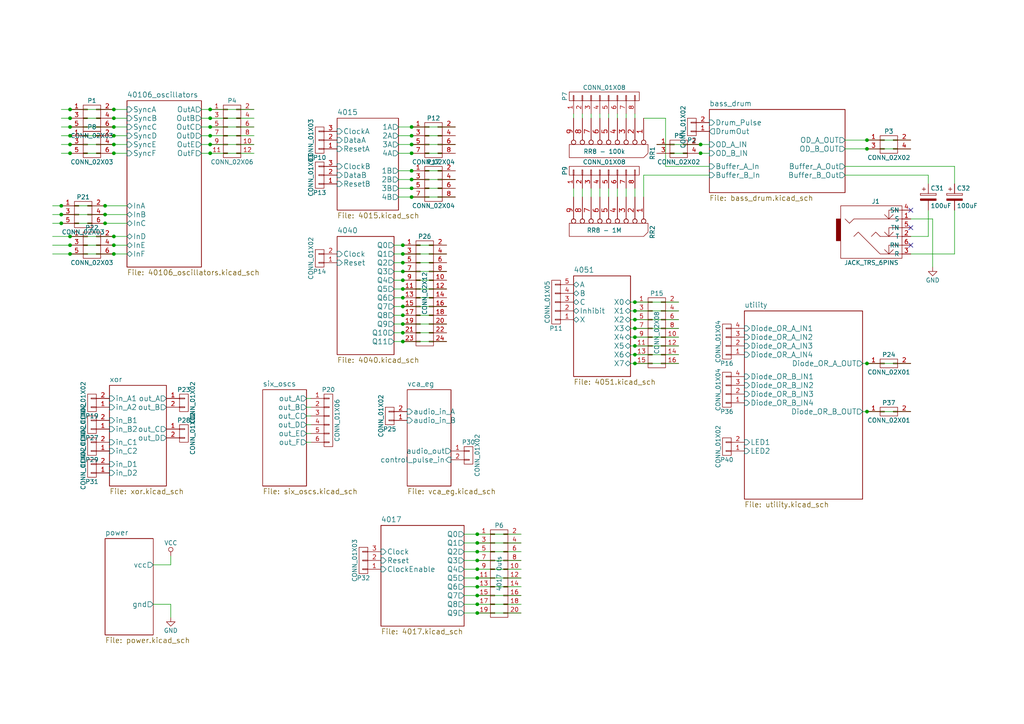
<source format=kicad_sch>
(kicad_sch (version 20231120) (generator "eeschema") (generator_version "8.0")
  (paper "A4")
  (lib_symbols
    (symbol "logic_noise_playground-rescue:CONN_01X02" (pin_names (offset 1.016) hide)
      (property "Reference" "P" (at 0 3.81 0))
      (property "Value" "CONN_01X02" (at 2.54 0 90))
      (symbol "CONN_01X02_1_1"
        (pin passive line (at -5.08 1.27 0) (length 3.81) (name "P1") (number "1"))
        (pin passive line (at -5.08 -1.27 0) (length 3.81) (name "P2") (number "2"))
      )
    )
    (symbol "logic_noise_playground-rescue:CONN_01X03" (pin_names (offset 1.016) hide)
      (property "Reference" "P" (at 0 5.08 0))
      (property "Value" "CONN_01X03" (at 2.54 0 90))
      (symbol "CONN_01X03_1_1"
        (pin passive line (at -5.08 2.54 0) (length 3.81) (name "P1") (number "1"))
        (pin passive line (at -5.08 0 0) (length 3.81) (name "P2") (number "2"))
        (pin passive line (at -5.08 -2.54 0) (length 3.81) (name "P3") (number "3"))
      )
    )
    (symbol "logic_noise_playground-rescue:CONN_01X04" (pin_names (offset 1.016) hide)
      (property "Reference" "P" (at 0 6.35 0))
      (property "Value" "CONN_01X04" (at 2.54 0 90))
      (symbol "CONN_01X04_1_1"
        (pin passive line (at -5.08 3.81 0) (length 3.81) (name "P1") (number "1"))
        (pin passive line (at -5.08 1.27 0) (length 3.81) (name "P2") (number "2"))
        (pin passive line (at -5.08 -1.27 0) (length 3.81) (name "P3") (number "3"))
        (pin passive line (at -5.08 -3.81 0) (length 3.81) (name "P4") (number "4"))
      )
    )
    (symbol "logic_noise_playground-rescue:CONN_01X05" (pin_names (offset 1.016) hide)
      (property "Reference" "P" (at 0 7.62 0))
      (property "Value" "CONN_01X05" (at 2.54 0 90))
      (symbol "CONN_01X05_1_1"
        (pin passive line (at -5.08 5.08 0) (length 3.81) (name "P1") (number "1"))
        (pin passive line (at -5.08 2.54 0) (length 3.81) (name "P2") (number "2"))
        (pin passive line (at -5.08 0 0) (length 3.81) (name "P3") (number "3"))
        (pin passive line (at -5.08 -2.54 0) (length 3.81) (name "P4") (number "4"))
        (pin passive line (at -5.08 -5.08 0) (length 3.81) (name "P5") (number "5"))
      )
    )
    (symbol "logic_noise_playground-rescue:CONN_01X06" (pin_names (offset 1.016) hide)
      (property "Reference" "P" (at 0 8.89 0))
      (property "Value" "CONN_01X06" (at 2.54 0 90))
      (symbol "CONN_01X06_1_1"
        (pin passive line (at -5.08 6.35 0) (length 3.81) (name "P1") (number "1"))
        (pin passive line (at -5.08 3.81 0) (length 3.81) (name "P2") (number "2"))
        (pin passive line (at -5.08 1.27 0) (length 3.81) (name "P3") (number "3"))
        (pin passive line (at -5.08 -1.27 0) (length 3.81) (name "P4") (number "4"))
        (pin passive line (at -5.08 -3.81 0) (length 3.81) (name "P5") (number "5"))
        (pin passive line (at -5.08 -6.35 0) (length 3.81) (name "P6") (number "6"))
      )
    )
    (symbol "logic_noise_playground-rescue:CONN_01X08" (pin_names (offset 1.016) hide)
      (property "Reference" "P" (at 0 11.43 0))
      (property "Value" "CONN_01X08" (at 2.54 0 90))
      (symbol "CONN_01X08_1_1"
        (pin passive line (at -5.08 8.89 0) (length 3.81) (name "P1") (number "1"))
        (pin passive line (at -5.08 6.35 0) (length 3.81) (name "P2") (number "2"))
        (pin passive line (at -5.08 3.81 0) (length 3.81) (name "P3") (number "3"))
        (pin passive line (at -5.08 1.27 0) (length 3.81) (name "P4") (number "4"))
        (pin passive line (at -5.08 -1.27 0) (length 3.81) (name "P5") (number "5"))
        (pin passive line (at -5.08 -3.81 0) (length 3.81) (name "P6") (number "6"))
        (pin passive line (at -5.08 -6.35 0) (length 3.81) (name "P7") (number "7"))
        (pin passive line (at -5.08 -8.89 0) (length 3.81) (name "P8") (number "8"))
      )
    )
    (symbol "logic_noise_playground-rescue:CONN_02X01" (pin_names (offset 0.0254) hide)
      (property "Reference" "P" (at 0 2.54 0))
      (property "Value" "CONN_02X01" (at 0 -2.54 0))
      (symbol "CONN_02X01_1_1"
        (pin passive line (at -6.35 0 0) (length 3.81) (name "P1") (number "1"))
        (pin passive line (at 6.35 0 180) (length 3.81) (name "P2") (number "2"))
      )
    )
    (symbol "logic_noise_playground-rescue:CONN_02X02" (pin_names (offset 0.0254) hide)
      (property "Reference" "P" (at 0 3.81 0))
      (property "Value" "CONN_02X02" (at 0 -3.81 0))
      (symbol "CONN_02X02_1_1"
        (pin passive line (at -6.35 1.27 0) (length 3.81) (name "P1") (number "1"))
        (pin passive line (at 6.35 1.27 180) (length 3.81) (name "P2") (number "2"))
        (pin passive line (at -6.35 -1.27 0) (length 3.81) (name "P3") (number "3"))
        (pin passive line (at 6.35 -1.27 180) (length 3.81) (name "P4") (number "4"))
      )
    )
    (symbol "logic_noise_playground-rescue:CONN_02X03" (pin_names (offset 0.0254) hide)
      (property "Reference" "P" (at 0 5.08 0))
      (property "Value" "CONN_02X03" (at 0 -5.08 0))
      (symbol "CONN_02X03_1_1"
        (pin passive line (at -6.35 2.54 0) (length 3.81) (name "P1") (number "1"))
        (pin passive line (at 6.35 2.54 180) (length 3.81) (name "P2") (number "2"))
        (pin passive line (at -6.35 0 0) (length 3.81) (name "P3") (number "3"))
        (pin passive line (at 6.35 0 180) (length 3.81) (name "P4") (number "4"))
        (pin passive line (at -6.35 -2.54 0) (length 3.81) (name "P5") (number "5"))
        (pin passive line (at 6.35 -2.54 180) (length 3.81) (name "P6") (number "6"))
      )
    )
    (symbol "logic_noise_playground-rescue:CONN_02X04" (pin_names (offset 0.0254) hide)
      (property "Reference" "P" (at 0 6.35 0))
      (property "Value" "CONN_02X04" (at 0 -6.35 0))
      (symbol "CONN_02X04_1_1"
        (pin passive line (at -6.35 3.81 0) (length 3.81) (name "P1") (number "1"))
        (pin passive line (at 6.35 3.81 180) (length 3.81) (name "P2") (number "2"))
        (pin passive line (at -6.35 1.27 0) (length 3.81) (name "P3") (number "3"))
        (pin passive line (at 6.35 1.27 180) (length 3.81) (name "P4") (number "4"))
        (pin passive line (at -6.35 -1.27 0) (length 3.81) (name "P5") (number "5"))
        (pin passive line (at 6.35 -1.27 180) (length 3.81) (name "P6") (number "6"))
        (pin passive line (at -6.35 -3.81 0) (length 3.81) (name "P7") (number "7"))
        (pin passive line (at 6.35 -3.81 180) (length 3.81) (name "P8") (number "8"))
      )
    )
    (symbol "logic_noise_playground-rescue:CONN_02X06" (pin_names (offset 0.0254) hide)
      (property "Reference" "P" (at 0 8.89 0))
      (property "Value" "CONN_02X06" (at 0 -8.89 0))
      (symbol "CONN_02X06_1_1"
        (pin passive line (at -6.35 6.35 0) (length 3.81) (name "P1") (number "1"))
        (pin passive line (at 6.35 -3.81 180) (length 3.81) (name "P10") (number "10"))
        (pin passive line (at -6.35 -6.35 0) (length 3.81) (name "P11") (number "11"))
        (pin passive line (at 6.35 -6.35 180) (length 3.81) (name "P12") (number "12"))
        (pin passive line (at 6.35 6.35 180) (length 3.81) (name "P2") (number "2"))
        (pin passive line (at -6.35 3.81 0) (length 3.81) (name "P3") (number "3"))
        (pin passive line (at 6.35 3.81 180) (length 3.81) (name "P4") (number "4"))
        (pin passive line (at -6.35 1.27 0) (length 3.81) (name "P5") (number "5"))
        (pin passive line (at 6.35 1.27 180) (length 3.81) (name "P6") (number "6"))
        (pin passive line (at -6.35 -1.27 0) (length 3.81) (name "P7") (number "7"))
        (pin passive line (at 6.35 -1.27 180) (length 3.81) (name "P8") (number "8"))
        (pin passive line (at -6.35 -3.81 0) (length 3.81) (name "P9") (number "9"))
      )
    )
    (symbol "logic_noise_playground-rescue:CONN_02X08" (pin_names (offset 0.0254) hide)
      (property "Reference" "P" (at 0 11.43 0))
      (property "Value" "CONN_02X08" (at 0 0 90))
      (symbol "CONN_02X08_1_1"
        (pin passive line (at -6.35 8.89 0) (length 3.81) (name "P1") (number "1"))
        (pin passive line (at 6.35 -1.27 180) (length 3.81) (name "P10") (number "10"))
        (pin passive line (at -6.35 -3.81 0) (length 3.81) (name "P11") (number "11"))
        (pin passive line (at 6.35 -3.81 180) (length 3.81) (name "P12") (number "12"))
        (pin passive line (at -6.35 -6.35 0) (length 3.81) (name "P13") (number "13"))
        (pin passive line (at 6.35 -6.35 180) (length 3.81) (name "P14") (number "14"))
        (pin passive line (at -6.35 -8.89 0) (length 3.81) (name "P15") (number "15"))
        (pin passive line (at 6.35 -8.89 180) (length 3.81) (name "P16") (number "16"))
        (pin passive line (at 6.35 8.89 180) (length 3.81) (name "P2") (number "2"))
        (pin passive line (at -6.35 6.35 0) (length 3.81) (name "P3") (number "3"))
        (pin passive line (at 6.35 6.35 180) (length 3.81) (name "P4") (number "4"))
        (pin passive line (at -6.35 3.81 0) (length 3.81) (name "P5") (number "5"))
        (pin passive line (at 6.35 3.81 180) (length 3.81) (name "P6") (number "6"))
        (pin passive line (at -6.35 1.27 0) (length 3.81) (name "P7") (number "7"))
        (pin passive line (at 6.35 1.27 180) (length 3.81) (name "P8") (number "8"))
        (pin passive line (at -6.35 -1.27 0) (length 3.81) (name "P9") (number "9"))
      )
    )
    (symbol "logic_noise_playground-rescue:CONN_02X10" (pin_names (offset 0.0254) hide)
      (property "Reference" "P" (at 0 13.97 0))
      (property "Value" "CONN_02X10" (at 0 0 90))
      (symbol "CONN_02X10_1_1"
        (pin passive line (at -6.35 11.43 0) (length 3.81) (name "P1") (number "1"))
        (pin passive line (at 6.35 1.27 180) (length 3.81) (name "P10") (number "10"))
        (pin passive line (at -6.35 -1.27 0) (length 3.81) (name "P11") (number "11"))
        (pin passive line (at 6.35 -1.27 180) (length 3.81) (name "P12") (number "12"))
        (pin passive line (at -6.35 -3.81 0) (length 3.81) (name "P13") (number "13"))
        (pin passive line (at 6.35 -3.81 180) (length 3.81) (name "P14") (number "14"))
        (pin passive line (at -6.35 -6.35 0) (length 3.81) (name "P15") (number "15"))
        (pin passive line (at 6.35 -6.35 180) (length 3.81) (name "P16") (number "16"))
        (pin passive line (at -6.35 -8.89 0) (length 3.81) (name "P17") (number "17"))
        (pin passive line (at 6.35 -8.89 180) (length 3.81) (name "P18") (number "18"))
        (pin passive line (at -6.35 -11.43 0) (length 3.81) (name "P19") (number "19"))
        (pin passive line (at 6.35 11.43 180) (length 3.81) (name "P2") (number "2"))
        (pin passive line (at 6.35 -11.43 180) (length 3.81) (name "P20") (number "20"))
        (pin passive line (at -6.35 8.89 0) (length 3.81) (name "P3") (number "3"))
        (pin passive line (at 6.35 8.89 180) (length 3.81) (name "P4") (number "4"))
        (pin passive line (at -6.35 6.35 0) (length 3.81) (name "P5") (number "5"))
        (pin passive line (at 6.35 6.35 180) (length 3.81) (name "P6") (number "6"))
        (pin passive line (at -6.35 3.81 0) (length 3.81) (name "P7") (number "7"))
        (pin passive line (at 6.35 3.81 180) (length 3.81) (name "P8") (number "8"))
        (pin passive line (at -6.35 1.27 0) (length 3.81) (name "P9") (number "9"))
      )
    )
    (symbol "logic_noise_playground-rescue:CONN_02X12" (pin_names (offset 0.0254) hide)
      (property "Reference" "P" (at 0 16.51 0))
      (property "Value" "CONN_02X12" (at 0 0 90))
      (symbol "CONN_02X12_1_1"
        (pin passive line (at -6.35 13.97 0) (length 3.81) (name "P1") (number "1"))
        (pin passive line (at 6.35 3.81 180) (length 3.81) (name "P10") (number "10"))
        (pin passive line (at -6.35 1.27 0) (length 3.81) (name "P11") (number "11"))
        (pin passive line (at 6.35 1.27 180) (length 3.81) (name "P12") (number "12"))
        (pin passive line (at -6.35 -1.27 0) (length 3.81) (name "P13") (number "13"))
        (pin passive line (at 6.35 -1.27 180) (length 3.81) (name "P14") (number "14"))
        (pin passive line (at -6.35 -3.81 0) (length 3.81) (name "P15") (number "15"))
        (pin passive line (at 6.35 -3.81 180) (length 3.81) (name "P16") (number "16"))
        (pin passive line (at -6.35 -6.35 0) (length 3.81) (name "P17") (number "17"))
        (pin passive line (at 6.35 -6.35 180) (length 3.81) (name "P18") (number "18"))
        (pin passive line (at -6.35 -8.89 0) (length 3.81) (name "P19") (number "19"))
        (pin passive line (at 6.35 13.97 180) (length 3.81) (name "P2") (number "2"))
        (pin passive line (at 6.35 -8.89 180) (length 3.81) (name "P20") (number "20"))
        (pin passive line (at -6.35 -11.43 0) (length 3.81) (name "P21") (number "21"))
        (pin passive line (at 6.35 -11.43 180) (length 3.81) (name "P22") (number "22"))
        (pin passive line (at -6.35 -13.97 0) (length 3.81) (name "P23") (number "23"))
        (pin passive line (at 6.35 -13.97 180) (length 3.81) (name "P24") (number "24"))
        (pin passive line (at -6.35 11.43 0) (length 3.81) (name "P3") (number "3"))
        (pin passive line (at 6.35 11.43 180) (length 3.81) (name "P4") (number "4"))
        (pin passive line (at -6.35 8.89 0) (length 3.81) (name "P5") (number "5"))
        (pin passive line (at 6.35 8.89 180) (length 3.81) (name "P6") (number "6"))
        (pin passive line (at -6.35 6.35 0) (length 3.81) (name "P7") (number "7"))
        (pin passive line (at 6.35 6.35 180) (length 3.81) (name "P8") (number "8"))
        (pin passive line (at -6.35 3.81 0) (length 3.81) (name "P9") (number "9"))
      )
    )
    (symbol "logic_noise_playground-rescue:CP" (pin_numbers hide) (pin_names (offset 0.254))
      (property "Reference" "C" (at 0.635 2.54 0))
      (property "Value" "CP" (at 0.635 -2.54 0))
      (symbol "CP_1_1"
        (pin passive line (at 0 3.81 270) (length 2.794) (name "~") (number "1"))
        (pin passive line (at 0 -3.81 90) (length 2.794) (name "~") (number "2"))
      )
    )
    (symbol "logic_noise_playground-rescue:GND" (power) (pin_names (offset 0))
      (property "Value" "GND" (at 0 -3.81 0))
      (symbol "GND_1_1"
        (pin power_in line (at 0 0 270) (length 0) hide (name "GND") (number "1"))
      )
    )
    (symbol "logic_noise_playground-rescue:JACK_TRS_6PINS" (pin_names (offset 0.762))
      (property "Reference" "J" (at 0 10.16 0))
      (property "Value" "JACK_TRS_6PINS" (at -1.27 -7.62 0))
      (symbol "JACK_TRS_6PINS_1_1"
        (pin passive line (at 10.16 5.08 180) (length 2.54) (name "S") (number "1"))
        (pin passive line (at 10.16 0 180) (length 2.54) (name "T") (number "2"))
        (pin passive line (at 10.16 -5.08 180) (length 2.54) (name "R") (number "3"))
        (pin passive line (at 10.16 7.62 180) (length 2.54) (name "SN") (number "4"))
        (pin passive line (at 10.16 2.54 180) (length 2.54) (name "TN") (number "5"))
        (pin passive line (at 10.16 -2.54 180) (length 2.54) (name "RN") (number "6"))
      )
    )
    (symbol "logic_noise_playground-rescue:RR8" (pin_names (offset 1.016) hide)
      (property "Reference" "RR" (at 1.27 13.97 0))
      (property "Value" "RR8" (at 0.762 0 90))
      (symbol "RR8_1_1"
        (pin passive inverted (at -8.89 11.43 0) (length 7.62) (name "COM") (number "1"))
        (pin passive inverted (at -8.89 8.89 0) (length 7.62) (name "2") (number "2"))
        (pin passive inverted (at -8.89 6.35 0) (length 7.62) (name "3") (number "3"))
        (pin passive inverted (at -8.89 3.81 0) (length 7.62) (name "4") (number "4"))
        (pin passive inverted (at -8.89 1.27 0) (length 7.62) (name "5") (number "5"))
        (pin passive inverted (at -8.89 -1.27 0) (length 7.62) (name "6") (number "6"))
        (pin passive inverted (at -8.89 -3.81 0) (length 7.62) (name "7") (number "7"))
        (pin passive inverted (at -8.89 -6.35 0) (length 7.62) (name "8") (number "8"))
        (pin passive inverted (at -8.89 -8.89 0) (length 7.62) (name "9") (number "9"))
      )
    )
    (symbol "logic_noise_playground-rescue:VCC" (power) (pin_names (offset 0))
      (property "Value" "VCC" (at 0 3.81 0))
      (symbol "VCC_1_1"
        (pin power_in line (at 0 0 90) (length 0) hide (name "VCC") (number "1"))
      )
    )
  )
  (junction (at 184.15 97.79))
  (junction (at 20.32 73.66))
  (junction (at 20.32 41.91))
  (junction (at 20.32 36.83))
  (junction (at 251.46 43.18))
  (junction (at 203.2 41.91))
  (junction (at 251.46 105.41))
  (junction (at 138.43 157.48))
  (junction (at 33.02 36.83))
  (junction (at 251.46 40.64))
  (junction (at 138.43 172.72))
  (junction (at 60.96 36.83))
  (junction (at 33.02 31.75))
  (junction (at 33.02 44.45))
  (junction (at 116.84 86.36))
  (junction (at 20.32 68.58))
  (junction (at 33.02 68.58))
  (junction (at 30.48 62.23))
  (junction (at 119.38 49.53))
  (junction (at 60.96 31.75))
  (junction (at 116.84 88.9))
  (junction (at 33.02 73.66))
  (junction (at 17.78 62.23))
  (junction (at 116.84 91.44))
  (junction (at 33.02 34.29))
  (junction (at 138.43 170.18))
  (junction (at 119.38 54.61))
  (junction (at 116.84 93.98))
  (junction (at 119.38 39.37))
  (junction (at 20.32 31.75))
  (junction (at 203.2 44.45))
  (junction (at 184.15 102.87))
  (junction (at 184.15 87.63))
  (junction (at 119.38 52.07))
  (junction (at 17.78 59.69))
  (junction (at 119.38 57.15))
  (junction (at 116.84 73.66))
  (junction (at 116.84 96.52))
  (junction (at 119.38 36.83))
  (junction (at 17.78 64.77))
  (junction (at 33.02 39.37))
  (junction (at 138.43 160.02))
  (junction (at 20.32 71.12))
  (junction (at 138.43 175.26))
  (junction (at 251.46 119.38))
  (junction (at 138.43 165.1))
  (junction (at 138.43 167.64))
  (junction (at 60.96 39.37))
  (junction (at 119.38 41.91))
  (junction (at 184.15 105.41))
  (junction (at 184.15 92.71))
  (junction (at 60.96 41.91))
  (junction (at 138.43 162.56))
  (junction (at 184.15 90.17))
  (junction (at 30.48 59.69))
  (junction (at 116.84 78.74))
  (junction (at 184.15 95.25))
  (junction (at 20.32 34.29))
  (junction (at 60.96 34.29))
  (junction (at 116.84 81.28))
  (junction (at 30.48 64.77))
  (junction (at 116.84 71.12))
  (junction (at 116.84 83.82))
  (junction (at 33.02 41.91))
  (junction (at 138.43 177.8))
  (junction (at 33.02 71.12))
  (junction (at 20.32 39.37))
  (junction (at 116.84 76.2))
  (junction (at 116.84 99.06))
  (junction (at 20.32 44.45))
  (junction (at 138.43 154.94))
  (junction (at 60.96 44.45))
  (junction (at 184.15 100.33))
  (junction (at 119.38 44.45))
  (no_connect (at 264.16 60.96))
  (no_connect (at 264.16 71.12))
  (no_connect (at 264.16 66.04))
  (wire (pts (xy 60.96 31.75) (xy 73.66 31.75)))
  (wire (pts (xy 134.62 157.48) (xy 138.43 157.48)))
  (wire (pts (xy 60.96 44.45) (xy 73.66 44.45)))
  (wire (pts (xy 116.84 93.98) (xy 129.54 93.98)))
  (wire (pts (xy 166.37 33.02) (xy 166.37 34.29)))
  (wire (pts (xy 115.57 41.91) (xy 119.38 41.91)))
  (wire (pts (xy 179.07 54.61) (xy 179.07 57.15)))
  (wire (pts (xy 182.88 105.41) (xy 184.15 105.41)))
  (wire (pts (xy 58.42 39.37) (xy 60.96 39.37)))
  (wire (pts (xy 179.07 34.29) (xy 179.07 33.02)))
  (wire (pts (xy 181.61 33.02) (xy 181.61 34.29)))
  (wire (pts (xy 115.57 44.45) (xy 119.38 44.45)))
  (wire (pts (xy 116.84 99.06) (xy 129.54 99.06)))
  (wire (pts (xy 58.42 41.91) (xy 60.96 41.91)))
  (wire (pts (xy 184.15 54.61) (xy 184.15 57.15)))
  (wire (pts (xy 184.15 95.25) (xy 196.85 95.25)))
  (wire (pts (xy 58.42 36.83) (xy 60.96 36.83)))
  (wire (pts (xy 115.57 36.83) (xy 119.38 36.83)))
  (wire (pts (xy 119.38 49.53) (xy 132.08 49.53)))
  (wire (pts (xy 33.02 31.75) (xy 36.83 31.75)))
  (wire (pts (xy 116.84 91.44) (xy 129.54 91.44)))
  (wire (pts (xy 171.45 57.15) (xy 171.45 54.61)))
  (wire (pts (xy 245.11 40.64) (xy 251.46 40.64)))
  (wire (pts (xy 138.43 157.48) (xy 151.13 157.48)))
  (wire (pts (xy 270.51 63.5) (xy 270.51 77.47)))
  (wire (pts (xy 251.46 43.18) (xy 264.16 43.18)))
  (wire (pts (xy 190.5 44.45) (xy 203.2 44.45)))
  (wire (pts (xy 114.3 73.66) (xy 116.84 73.66)))
  (wire (pts (xy 184.15 90.17) (xy 196.85 90.17)))
  (wire (pts (xy 276.86 53.34) (xy 276.86 48.26)))
  (wire (pts (xy 17.78 39.37) (xy 20.32 39.37)))
  (wire (pts (xy 15.24 59.69) (xy 17.78 59.69)))
  (wire (pts (xy 119.38 52.07) (xy 132.08 52.07)))
  (wire (pts (xy 182.88 100.33) (xy 184.15 100.33)))
  (wire (pts (xy 176.53 33.02) (xy 176.53 34.29)))
  (wire (pts (xy 115.57 52.07) (xy 119.38 52.07)))
  (wire (pts (xy 33.02 44.45) (xy 36.83 44.45)))
  (wire (pts (xy 114.3 99.06) (xy 116.84 99.06)))
  (wire (pts (xy 184.15 87.63) (xy 196.85 87.63)))
  (wire (pts (xy 116.84 78.74) (xy 129.54 78.74)))
  (wire (pts (xy 114.3 93.98) (xy 116.84 93.98)))
  (wire (pts (xy 182.88 92.71) (xy 184.15 92.71)))
  (wire (pts (xy 88.9 125.73) (xy 90.17 125.73)))
  (wire (pts (xy 33.02 36.83) (xy 36.83 36.83)))
  (wire (pts (xy 176.53 57.15) (xy 176.53 54.61)))
  (wire (pts (xy 138.43 172.72) (xy 151.13 172.72)))
  (wire (pts (xy 116.84 88.9) (xy 129.54 88.9)))
  (wire (pts (xy 173.99 34.29) (xy 173.99 33.02)))
  (wire (pts (xy 134.62 167.64) (xy 138.43 167.64)))
  (wire (pts (xy 264.16 73.66) (xy 276.86 73.66)))
  (wire (pts (xy 166.37 57.15) (xy 166.37 54.61)))
  (wire (pts (xy 20.32 34.29) (xy 33.02 34.29)))
  (wire (pts (xy 88.9 118.11) (xy 90.17 118.11)))
  (wire (pts (xy 138.43 167.64) (xy 151.13 167.64)))
  (wire (pts (xy 182.88 97.79) (xy 184.15 97.79)))
  (wire (pts (xy 138.43 162.56) (xy 151.13 162.56)))
  (wire (pts (xy 20.32 71.12) (xy 33.02 71.12)))
  (wire (pts (xy 269.24 68.58) (xy 264.16 68.58)))
  (wire (pts (xy 17.78 62.23) (xy 30.48 62.23)))
  (wire (pts (xy 250.19 119.38) (xy 251.46 119.38)))
  (wire (pts (xy 116.84 71.12) (xy 129.54 71.12)))
  (wire (pts (xy 182.88 102.87) (xy 184.15 102.87)))
  (wire (pts (xy 60.96 41.91) (xy 73.66 41.91)))
  (wire (pts (xy 17.78 41.91) (xy 20.32 41.91)))
  (wire (pts (xy 116.84 86.36) (xy 129.54 86.36)))
  (wire (pts (xy 264.16 63.5) (xy 270.51 63.5)))
  (wire (pts (xy 33.02 39.37) (xy 36.83 39.37)))
  (wire (pts (xy 138.43 170.18) (xy 151.13 170.18)))
  (wire (pts (xy 115.57 49.53) (xy 119.38 49.53)))
  (wire (pts (xy 17.78 44.45) (xy 20.32 44.45)))
  (wire (pts (xy 49.53 179.07) (xy 49.53 175.26)))
  (wire (pts (xy 134.62 170.18) (xy 138.43 170.18)))
  (wire (pts (xy 60.96 36.83) (xy 73.66 36.83)))
  (wire (pts (xy 114.3 83.82) (xy 116.84 83.82)))
  (wire (pts (xy 20.32 31.75) (xy 33.02 31.75)))
  (wire (pts (xy 269.24 53.34) (xy 269.24 50.8)))
  (wire (pts (xy 182.88 87.63) (xy 184.15 87.63)))
  (wire (pts (xy 49.53 163.83) (xy 49.53 161.29)))
  (wire (pts (xy 20.32 68.58) (xy 33.02 68.58)))
  (wire (pts (xy 203.2 44.45) (xy 205.74 44.45)))
  (wire (pts (xy 184.15 105.41) (xy 196.85 105.41)))
  (wire (pts (xy 116.84 73.66) (xy 129.54 73.66)))
  (wire (pts (xy 116.84 83.82) (xy 129.54 83.82)))
  (wire (pts (xy 269.24 60.96) (xy 269.24 68.58)))
  (wire (pts (xy 134.62 162.56) (xy 138.43 162.56)))
  (wire (pts (xy 245.11 43.18) (xy 251.46 43.18)))
  (wire (pts (xy 182.88 95.25) (xy 184.15 95.25)))
  (wire (pts (xy 58.42 44.45) (xy 60.96 44.45)))
  (wire (pts (xy 134.62 172.72) (xy 138.43 172.72)))
  (wire (pts (xy 30.48 62.23) (xy 36.83 62.23)))
  (wire (pts (xy 114.3 96.52) (xy 116.84 96.52)))
  (wire (pts (xy 116.84 96.52) (xy 129.54 96.52)))
  (wire (pts (xy 115.57 39.37) (xy 119.38 39.37)))
  (wire (pts (xy 138.43 160.02) (xy 151.13 160.02)))
  (wire (pts (xy 184.15 100.33) (xy 196.85 100.33)))
  (wire (pts (xy 119.38 36.83) (xy 132.08 36.83)))
  (wire (pts (xy 171.45 33.02) (xy 171.45 34.29)))
  (wire (pts (xy 20.32 41.91) (xy 33.02 41.91)))
  (wire (pts (xy 134.62 175.26) (xy 138.43 175.26)))
  (wire (pts (xy 15.24 73.66) (xy 20.32 73.66)))
  (wire (pts (xy 138.43 165.1) (xy 151.13 165.1)))
  (wire (pts (xy 33.02 68.58) (xy 36.83 68.58)))
  (wire (pts (xy 15.24 68.58) (xy 20.32 68.58)))
  (wire (pts (xy 44.45 163.83) (xy 49.53 163.83)))
  (wire (pts (xy 58.42 34.29) (xy 60.96 34.29)))
  (wire (pts (xy 15.24 64.77) (xy 17.78 64.77)))
  (wire (pts (xy 20.32 73.66) (xy 33.02 73.66)))
  (wire (pts (xy 181.61 57.15) (xy 181.61 54.61)))
  (wire (pts (xy 20.32 44.45) (xy 33.02 44.45)))
  (wire (pts (xy 114.3 86.36) (xy 116.84 86.36)))
  (wire (pts (xy 184.15 34.29) (xy 184.15 33.02)))
  (wire (pts (xy 173.99 54.61) (xy 173.99 57.15)))
  (wire (pts (xy 119.38 44.45) (xy 132.08 44.45)))
  (wire (pts (xy 250.19 105.41) (xy 251.46 105.41)))
  (wire (pts (xy 33.02 34.29) (xy 36.83 34.29)))
  (wire (pts (xy 251.46 40.64) (xy 264.16 40.64)))
  (wire (pts (xy 17.78 34.29) (xy 20.32 34.29)))
  (wire (pts (xy 182.88 90.17) (xy 184.15 90.17)))
  (wire (pts (xy 88.9 115.57) (xy 90.17 115.57)))
  (wire (pts (xy 60.96 34.29) (xy 73.66 34.29)))
  (wire (pts (xy 33.02 71.12) (xy 36.83 71.12)))
  (wire (pts (xy 88.9 128.27) (xy 90.17 128.27)))
  (wire (pts (xy 276.86 73.66) (xy 276.86 60.96)))
  (wire (pts (xy 186.69 50.8) (xy 186.69 57.15)))
  (wire (pts (xy 114.3 88.9) (xy 116.84 88.9)))
  (wire (pts (xy 115.57 57.15) (xy 119.38 57.15)))
  (wire (pts (xy 138.43 175.26) (xy 151.13 175.26)))
  (wire (pts (xy 193.04 34.29) (xy 193.04 48.26)))
  (wire (pts (xy 30.48 64.77) (xy 36.83 64.77)))
  (wire (pts (xy 138.43 177.8) (xy 151.13 177.8)))
  (wire (pts (xy 119.38 54.61) (xy 132.08 54.61)))
  (wire (pts (xy 60.96 39.37) (xy 73.66 39.37)))
  (wire (pts (xy 88.9 123.19) (xy 90.17 123.19)))
  (wire (pts (xy 30.48 59.69) (xy 36.83 59.69)))
  (wire (pts (xy 186.69 34.29) (xy 193.04 34.29)))
  (wire (pts (xy 114.3 71.12) (xy 116.84 71.12)))
  (wire (pts (xy 134.62 154.94) (xy 138.43 154.94)))
  (wire (pts (xy 193.04 48.26) (xy 205.74 48.26)))
  (wire (pts (xy 119.38 57.15) (xy 132.08 57.15)))
  (wire (pts (xy 251.46 119.38) (xy 264.16 119.38)))
  (wire (pts (xy 138.43 154.94) (xy 151.13 154.94)))
  (wire (pts (xy 134.62 165.1) (xy 138.43 165.1)))
  (wire (pts (xy 58.42 31.75) (xy 60.96 31.75)))
  (wire (pts (xy 134.62 177.8) (xy 138.43 177.8)))
  (wire (pts (xy 251.46 105.41) (xy 264.16 105.41)))
  (wire (pts (xy 134.62 160.02) (xy 138.43 160.02)))
  (wire (pts (xy 203.2 41.91) (xy 205.74 41.91)))
  (wire (pts (xy 15.24 71.12) (xy 20.32 71.12)))
  (wire (pts (xy 205.74 50.8) (xy 186.69 50.8)))
  (wire (pts (xy 269.24 50.8) (xy 245.11 50.8)))
  (wire (pts (xy 33.02 41.91) (xy 36.83 41.91)))
  (wire (pts (xy 88.9 120.65) (xy 90.17 120.65)))
  (wire (pts (xy 184.15 102.87) (xy 196.85 102.87)))
  (wire (pts (xy 17.78 64.77) (xy 30.48 64.77)))
  (wire (pts (xy 20.32 39.37) (xy 33.02 39.37)))
  (wire (pts (xy 168.91 54.61) (xy 168.91 57.15)))
  (wire (pts (xy 119.38 39.37) (xy 132.08 39.37)))
  (wire (pts (xy 116.84 81.28) (xy 129.54 81.28)))
  (wire (pts (xy 33.02 73.66) (xy 36.83 73.66)))
  (wire (pts (xy 114.3 81.28) (xy 116.84 81.28)))
  (wire (pts (xy 17.78 31.75) (xy 20.32 31.75)))
  (wire (pts (xy 116.84 76.2) (xy 129.54 76.2)))
  (wire (pts (xy 184.15 97.79) (xy 196.85 97.79)))
  (wire (pts (xy 119.38 41.91) (xy 132.08 41.91)))
  (wire (pts (xy 114.3 78.74) (xy 116.84 78.74)))
  (wire (pts (xy 17.78 36.83) (xy 20.32 36.83)))
  (wire (pts (xy 17.78 59.69) (xy 30.48 59.69)))
  (wire (pts (xy 20.32 36.83) (xy 33.02 36.83)))
  (wire (pts (xy 114.3 91.44) (xy 116.84 91.44)))
  (wire (pts (xy 276.86 48.26) (xy 245.11 48.26)))
  (wire (pts (xy 49.53 175.26) (xy 44.45 175.26)))
  (wire (pts (xy 184.15 92.71) (xy 196.85 92.71)))
  (wire (pts (xy 115.57 54.61) (xy 119.38 54.61)))
  (wire (pts (xy 15.24 62.23) (xy 17.78 62.23)))
  (wire (pts (xy 168.91 34.29) (xy 168.91 33.02)))
  (wire (pts (xy 114.3 76.2) (xy 116.84 76.2)))
  (wire (pts (xy 190.5 41.91) (xy 203.2 41.91)))
  (symbol (lib_id "logic_noise_playground-rescue:CP") (at 269.24 57.15 0) (unit 1)
    (property "Reference" "C31" (at 269.875 54.61 0) (effects (justify left)))
    (property "Value" "100uF" (at 269.875 59.69 0) (effects (justify left)))
    (property "Footprint" "elliot:Elko_vert_11.2x6.3mm_RM2.5" (effects (hide yes)))
  )
  (symbol (lib_id "logic_noise_playground-rescue:CP") (at 276.86 57.15 0) (unit 1)
    (property "Reference" "C32" (at 277.495 54.61 0) (effects (justify left)))
    (property "Value" "100uF" (at 277.495 59.69 0) (effects (justify left)))
    (property "Footprint" "elliot:Elko_vert_11.2x6.3mm_RM2.5" (effects (hide yes)))
  )
  (symbol (lib_id "logic_noise_playground-rescue:CONN_02X06") (at 67.31 38.1 0) (unit 1)
    (property "Reference" "P4" (at 67.31 29.21 0))
    (property "Value" "CONN_02X06" (at 67.31 46.99 0))
    (property "Footprint" "Pin_Headers:Pin_Header_Straight_2x06" (effects (hide yes)))
  )
  (symbol (lib_id "logic_noise_playground-rescue:CONN_02X10") (at 144.78 166.37 0) (unit 1)
    (property "Reference" "P6" (at 144.78 152.4 0))
    (property "Value" "4017 Outs" (at 144.78 166.37 90))
    (property "Footprint" "Pin_Headers:Pin_Header_Straight_2x10" (effects (hide yes)))
  )
  (symbol (lib_id "logic_noise_playground-rescue:CONN_02X04") (at 125.73 40.64 0) (unit 1)
    (property "Reference" "P12" (at 125.73 34.29 0))
    (property "Value" "CONN_02X04" (at 125.73 46.99 0))
    (property "Footprint" "Pin_Headers:Pin_Header_Straight_2x04" (effects (hide yes)))
  )
  (symbol (lib_id "logic_noise_playground-rescue:CONN_02X04") (at 125.73 53.34 0) (unit 1)
    (property "Reference" "P17" (at 125.73 46.99 0))
    (property "Value" "CONN_02X04" (at 125.73 59.69 0))
    (property "Footprint" "Pin_Headers:Pin_Header_Straight_2x04" (effects (hide yes)))
  )
  (symbol (lib_id "logic_noise_playground-rescue:CONN_02X08") (at 190.5 96.52 0) (unit 1)
    (property "Reference" "P15" (at 190.5 85.09 0))
    (property "Value" "CONN_02X08" (at 190.5 96.52 90))
    (property "Footprint" "Pin_Headers:Pin_Header_Straight_2x08" (effects (hide yes)))
  )
  (symbol (lib_id "logic_noise_playground-rescue:CONN_01X06") (at 95.25 121.92 0) (unit 1)
    (property "Reference" "P20" (at 95.25 113.03 0))
    (property "Value" "CONN_01X06" (at 97.79 121.92 90))
    (property "Footprint" "Pin_Headers:Pin_Header_Straight_1x06" (effects (hide yes)))
  )
  (symbol (lib_id "logic_noise_playground-rescue:CONN_02X03") (at 26.67 34.29 0) (unit 1)
    (property "Reference" "P1" (at 26.67 29.21 0))
    (property "Value" "CONN_02X03" (at 26.67 39.37 0))
    (property "Footprint" "Pin_Headers:Pin_Header_Straight_2x03" (effects (hide yes)))
  )
  (symbol (lib_id "logic_noise_playground-rescue:CONN_02X03") (at 26.67 41.91 0) (unit 1)
    (property "Reference" "P8" (at 26.67 36.83 0))
    (property "Value" "CONN_02X03" (at 26.67 46.99 0))
    (property "Footprint" "Pin_Headers:Pin_Header_Straight_2x03" (effects (hide yes)))
  )
  (symbol (lib_id "logic_noise_playground-rescue:CONN_01X02") (at 26.67 116.84 180) (unit 1)
    (property "Reference" "P19" (at 26.67 120.65 0))
    (property "Value" "CONN_01X02" (at 24.13 116.84 90))
    (property "Footprint" "Pin_Headers:Pin_Header_Straight_1x02" (effects (hide yes)))
  )
  (symbol (lib_id "logic_noise_playground-rescue:CONN_01X02") (at 26.67 123.19 180) (unit 1)
    (property "Reference" "P27" (at 26.67 127 0))
    (property "Value" "CONN_01X02" (at 24.13 123.19 90))
    (property "Footprint" "Pin_Headers:Pin_Header_Straight_1x02" (effects (hide yes)))
  )
  (symbol (lib_id "logic_noise_playground-rescue:CONN_01X02") (at 26.67 129.54 180) (unit 1)
    (property "Reference" "P29" (at 26.67 133.35 0))
    (property "Value" "CONN_01X02" (at 24.13 129.54 90))
    (property "Footprint" "Pin_Headers:Pin_Header_Straight_1x02" (effects (hide yes)))
  )
  (symbol (lib_id "logic_noise_playground-rescue:CONN_01X02") (at 26.67 135.89 180) (unit 1)
    (property "Reference" "P31" (at 26.67 139.7 0))
    (property "Value" "CONN_01X02" (at 24.13 135.89 90))
    (property "Footprint" "Pin_Headers:Pin_Header_Straight_1x02" (effects (hide yes)))
  )
  (symbol (lib_id "logic_noise_playground-rescue:CONN_01X02") (at 53.34 116.84 0) (unit 1)
    (property "Reference" "P23" (at 53.34 113.03 0))
    (property "Value" "CONN_01X02" (at 55.88 116.84 90))
    (property "Footprint" "Pin_Headers:Pin_Header_Straight_1x02" (effects (hide yes)))
  )
  (symbol (lib_id "logic_noise_playground-rescue:CONN_01X02") (at 53.34 125.73 0) (unit 1)
    (property "Reference" "P28" (at 53.34 121.92 0))
    (property "Value" "CONN_01X02" (at 55.88 125.73 90))
    (property "Footprint" "Pin_Headers:Pin_Header_Straight_1x02" (effects (hide yes)))
  )
  (symbol (lib_id "logic_noise_playground-rescue:CONN_01X02") (at 135.89 132.08 0) (unit 1)
    (property "Reference" "P30" (at 135.89 128.27 0))
    (property "Value" "CONN_01X02" (at 138.43 132.08 90))
    (property "Footprint" "Pin_Headers:Pin_Header_Straight_1x02" (effects (hide yes)))
  )
  (symbol (lib_id "logic_noise_playground-rescue:CONN_01X02") (at 113.03 120.65 180) (unit 1)
    (property "Reference" "P25" (at 113.03 124.46 0))
    (property "Value" "CONN_01X02" (at 110.49 120.65 90))
    (property "Footprint" "Pin_Headers:Pin_Header_Straight_1x02" (effects (hide yes)))
  )
  (symbol (lib_id "logic_noise_playground-rescue:CONN_02X03") (at 26.67 71.12 0) (unit 1)
    (property "Reference" "P22" (at 26.67 66.04 0))
    (property "Value" "CONN_02X03" (at 26.67 76.2 0))
    (property "Footprint" "Pin_Headers:Pin_Header_Straight_2x03" (effects (hide yes)))
  )
  (symbol (lib_id "logic_noise_playground-rescue:CONN_02X03") (at 24.13 62.23 0) (unit 1)
    (property "Reference" "P21" (at 24.13 57.15 0))
    (property "Value" "CONN_02X03" (at 24.13 67.31 0))
    (property "Footprint" "Pin_Headers:Pin_Header_Straight_2x03" (effects (hide yes)))
  )
  (symbol (lib_id "logic_noise_playground-rescue:CONN_01X02") (at 92.71 74.93 180) (unit 1)
    (property "Reference" "P14" (at 92.71 78.74 0))
    (property "Value" "CONN_01X02" (at 90.17 74.93 90))
    (property "Footprint" "Pin_Headers:Pin_Header_Straight_1x02" (effects (hide yes)))
  )
  (symbol (lib_id "logic_noise_playground-rescue:CONN_01X03") (at 105.41 162.56 180) (unit 1)
    (property "Reference" "P32" (at 105.41 167.64 0))
    (property "Value" "CONN_01X03" (at 102.87 162.56 90))
    (property "Footprint" "Pin_Headers:Pin_Header_Straight_1x03" (effects (hide yes)))
  )
  (symbol (lib_id "logic_noise_playground-rescue:CONN_01X03") (at 92.71 40.64 180) (unit 1)
    (property "Reference" "P10" (at 92.71 45.72 0))
    (property "Value" "CONN_01X03" (at 90.17 40.64 90))
    (property "Footprint" "Pin_Headers:Pin_Header_Straight_1x03" (effects (hide yes)))
  )
  (symbol (lib_id "logic_noise_playground-rescue:CONN_01X03") (at 92.71 50.8 180) (unit 1)
    (property "Reference" "P13" (at 92.71 55.88 0))
    (property "Value" "CONN_01X03" (at 90.17 50.8 90))
    (property "Footprint" "Pin_Headers:Pin_Header_Straight_1x03" (effects (hide yes)))
  )
  (symbol (lib_id "logic_noise_playground-rescue:CONN_01X05") (at 161.29 87.63 180) (unit 1)
    (property "Reference" "P11" (at 161.29 95.25 0))
    (property "Value" "CONN_01X05" (at 158.75 87.63 90))
    (property "Footprint" "Pin_Headers:Pin_Header_Straight_1x05" (effects (hide yes)))
  )
  (symbol (lib_id "logic_noise_playground-rescue:GND") (at 49.53 179.07 0) (unit 1)
    (property "Reference" "#PWR01" (effects (hide yes)))
    (property "Value" "GND" (at 49.53 182.88 0))
  )
  (symbol (lib_id "logic_noise_playground-rescue:VCC") (at 49.53 161.29 0) (unit 1)
    (property "Reference" "#PWR02" (effects (hide yes)))
    (property "Value" "VCC" (at 49.53 157.48 0))
  )
  (symbol (lib_id "logic_noise_playground-rescue:CONN_01X02") (at 200.66 36.83 180) (unit 1)
    (property "Reference" "P2" (at 200.66 40.64 0))
    (property "Value" "CONN_01X02" (at 198.12 36.83 90))
    (property "Footprint" "Pin_Headers:Pin_Header_Straight_1x02" (effects (hide yes)))
  )
  (symbol (lib_id "logic_noise_playground-rescue:RR8") (at 175.26 43.18 270) (unit 1)
    (property "Reference" "RR1" (at 189.23 44.45 0))
    (property "Value" "RR8 - 100k" (at 175.26 43.942 90))
    (property "Footprint" "Discret:r_pack8" (effects (hide yes)))
  )
  (symbol (lib_id "logic_noise_playground-rescue:RR8") (at 175.26 66.04 270) (unit 1)
    (property "Reference" "RR2" (at 189.23 67.31 0))
    (property "Value" "RR8 - 1M" (at 175.26 66.802 90))
    (property "Footprint" "Discret:r_pack8" (effects (hide yes)))
  )
  (symbol (lib_id "logic_noise_playground-rescue:CONN_01X08") (at 175.26 27.94 90) (unit 1)
    (property "Reference" "P7" (at 163.83 27.94 0))
    (property "Value" "CONN_01X08" (at 175.26 25.4 90))
    (property "Footprint" "Pin_Headers:Pin_Header_Straight_1x08" (effects (hide yes)))
  )
  (symbol (lib_id "logic_noise_playground-rescue:CONN_01X08") (at 175.26 49.53 90) (unit 1)
    (property "Reference" "P9" (at 163.83 49.53 0))
    (property "Value" "CONN_01X08" (at 175.26 46.99 90))
    (property "Footprint" "Pin_Headers:Pin_Header_Straight_1x08" (effects (hide yes)))
  )
  (symbol (lib_id "logic_noise_playground-rescue:CONN_01X04") (at 210.82 99.06 180) (unit 1)
    (property "Reference" "P16" (at 210.82 105.41 0))
    (property "Value" "CONN_01X04" (at 208.28 99.06 90))
    (property "Footprint" "Pin_Headers:Pin_Header_Straight_1x04" (effects (hide yes)))
  )
  (symbol (lib_id "logic_noise_playground-rescue:CONN_02X01") (at 257.81 105.41 0) (unit 1)
    (property "Reference" "P24" (at 257.81 102.87 0))
    (property "Value" "CONN_02X01" (at 257.81 107.95 0))
    (property "Footprint" "Pin_Headers:Pin_Header_Straight_2x01" (effects (hide yes)))
  )
  (symbol (lib_id "logic_noise_playground-rescue:JACK_TRS_6PINS") (at 254 68.58 0) (unit 1)
    (property "Reference" "J1" (at 254 58.42 0))
    (property "Value" "JACK_TRS_6PINS" (at 252.73 76.2 0))
    (property "Footprint" "elliot:stereo_jack" (effects (hide yes)))
  )
  (symbol (lib_id "logic_noise_playground-rescue:GND") (at 270.51 77.47 0) (unit 1)
    (property "Reference" "#PWR03" (effects (hide yes)))
    (property "Value" "GND" (at 270.51 81.28 0))
  )
  (symbol (lib_id "logic_noise_playground-rescue:CONN_02X12") (at 123.19 85.09 0) (unit 1)
    (property "Reference" "P26" (at 123.19 68.58 0))
    (property "Value" "CONN_02X12" (at 123.19 85.09 90))
    (property "Footprint" "Pin_Headers:Pin_Header_Straight_2x12" (effects (hide yes)))
  )
  (symbol (lib_id "logic_noise_playground-rescue:CONN_02X02") (at 196.85 43.18 0) (unit 1)
    (property "Reference" "P5" (at 196.85 39.37 0))
    (property "Value" "CONN_02X02" (at 196.85 46.99 0))
    (property "Footprint" "Pin_Headers:Pin_Header_Straight_2x02" (effects (hide yes)))
  )
  (symbol (lib_id "logic_noise_playground-rescue:CONN_02X02") (at 257.81 41.91 0) (unit 1)
    (property "Reference" "P3" (at 257.81 38.1 0))
    (property "Value" "CONN_02X02" (at 257.81 45.72 0))
    (property "Footprint" "Pin_Headers:Pin_Header_Straight_2x02" (effects (hide yes)))
  )
  (symbol (lib_id "logic_noise_playground-rescue:CONN_02X01") (at 257.81 119.38 0) (unit 1)
    (property "Reference" "P37" (at 257.81 116.84 0))
    (property "Value" "CONN_02X01" (at 257.81 121.92 0))
    (property "Footprint" "Pin_Headers:Pin_Header_Straight_2x01" (effects (hide yes)))
  )
  (symbol (lib_id "logic_noise_playground-rescue:CONN_01X04") (at 210.82 113.03 180) (unit 1)
    (property "Reference" "P36" (at 210.82 119.38 0))
    (property "Value" "CONN_01X04" (at 208.28 113.03 90))
    (property "Footprint" "Pin_Headers:Pin_Header_Straight_1x04" (effects (hide yes)))
  )
  (symbol (lib_id "logic_noise_playground-rescue:CONN_01X02") (at 210.82 129.54 180) (unit 1)
    (property "Reference" "P40" (at 210.82 133.35 0))
    (property "Value" "CONN_01X02" (at 208.28 129.54 90))
    (property "Footprint" "Pin_Headers:Pin_Header_Straight_1x02" (effects (hide yes)))
  )
  (sheet (at 36.83 29.21) (size 21.59 48.26)
    (property "Sheetname" "40106_oscillators" (at 36.83 28.3714 0) (effects (font (size 1.524 1.524)) (justify left bottom)))
    (property "Sheetfile" "40106_oscillators.kicad_sch" (at 36.83 78.1562 0) (effects (font (size 1.524 1.524)) (justify left top)))
    (pin "OutA" output (at 58.42 31.75 0) (effects (font (size 1.524 1.524))))
    (pin "SyncA" input (at 36.83 31.75 180) (effects (font (size 1.524 1.524))))
    (pin "OutB" output (at 58.42 34.29 0) (effects (font (size 1.524 1.524))))
    (pin "SyncB" input (at 36.83 34.29 180) (effects (font (size 1.524 1.524))))
    (pin "OutC" output (at 58.42 36.83 0) (effects (font (size 1.524 1.524))))
    (pin "OutD" output (at 58.42 39.37 0) (effects (font (size 1.524 1.524))))
    (pin "OutE" output (at 58.42 41.91 0) (effects (font (size 1.524 1.524))))
    (pin "OutF" output (at 58.42 44.45 0) (effects (font (size 1.524 1.524))))
    (pin "SyncC" input (at 36.83 36.83 180) (effects (font (size 1.524 1.524))))
    (pin "SyncD" input (at 36.83 39.37 180) (effects (font (size 1.524 1.524))))
    (pin "SyncE" input (at 36.83 41.91 180) (effects (font (size 1.524 1.524))))
    (pin "SyncF" input (at 36.83 44.45 180) (effects (font (size 1.524 1.524))))
    (pin "InA" bidirectional (at 36.83 59.69 180) (effects (font (size 1.524 1.524))))
    (pin "InB" bidirectional (at 36.83 62.23 180) (effects (font (size 1.524 1.524))))
    (pin "InC" bidirectional (at 36.83 64.77 180) (effects (font (size 1.524 1.524))))
    (pin "InE" bidirectional (at 36.83 71.12 180) (effects (font (size 1.524 1.524))))
    (pin "InD" bidirectional (at 36.83 68.58 180) (effects (font (size 1.524 1.524))))
    (pin "InF" bidirectional (at 36.83 73.66 180) (effects (font (size 1.524 1.524))))
  )
  (sheet (at 205.74 31.75) (size 39.37 24.13)
    (property "Sheetname" "bass_drum" (at 205.74 30.9114 0) (effects (font (size 1.524 1.524)) (justify left bottom)))
    (property "Sheetfile" "bass_drum.kicad_sch" (at 205.74 56.5662 0) (effects (font (size 1.524 1.524)) (justify left top)))
    (pin "DrumOut" output (at 205.74 38.1 180) (effects (font (size 1.524 1.524))))
    (pin "OD_A_IN" input (at 205.74 41.91 180) (effects (font (size 1.524 1.524))))
    (pin "OD_B_IN" input (at 205.74 44.45 180) (effects (font (size 1.524 1.524))))
    (pin "OD_A_OUT" output (at 245.11 40.64 0) (effects (font (size 1.524 1.524))))
    (pin "OD_B_OUT" output (at 245.11 43.18 0) (effects (font (size 1.524 1.524))))
    (pin "Buffer_A_In" input (at 205.74 48.26 180) (effects (font (size 1.524 1.524))))
    (pin "Buffer_B_In" input (at 205.74 50.8 180) (effects (font (size 1.524 1.524))))
    (pin "Buffer_A_Out" output (at 245.11 48.26 0) (effects (font (size 1.524 1.524))))
    (pin "Buffer_B_Out" output (at 245.11 50.8 0) (effects (font (size 1.524 1.524))))
    (pin "Drum_Pulse" input (at 205.74 35.56 180) (effects (font (size 1.524 1.524))))
  )
  (sheet (at 166.37 80.01) (size 16.51 29.21)
    (property "Sheetname" "4051" (at 166.37 79.1714 0) (effects (font (size 1.524 1.524)) (justify left bottom)))
    (property "Sheetfile" "4051.kicad_sch" (at 166.37 109.9062 0) (effects (font (size 1.524 1.524)) (justify left top)))
    (pin "X" bidirectional (at 166.37 92.71 180) (effects (font (size 1.524 1.524))))
    (pin "X0" bidirectional (at 182.88 87.63 0) (effects (font (size 1.524 1.524))))
    (pin "X1" bidirectional (at 182.88 90.17 0) (effects (font (size 1.524 1.524))))
    (pin "X2" bidirectional (at 182.88 92.71 0) (effects (font (size 1.524 1.524))))
    (pin "X3" bidirectional (at 182.88 95.25 0) (effects (font (size 1.524 1.524))))
    (pin "X4" bidirectional (at 182.88 97.79 0) (effects (font (size 1.524 1.524))))
    (pin "X5" bidirectional (at 182.88 100.33 0) (effects (font (size 1.524 1.524))))
    (pin "X6" bidirectional (at 182.88 102.87 0) (effects (font (size 1.524 1.524))))
    (pin "X7" bidirectional (at 182.88 105.41 0) (effects (font (size 1.524 1.524))))
    (pin "A" bidirectional (at 166.37 82.55 180) (effects (font (size 1.524 1.524))))
    (pin "B" bidirectional (at 166.37 85.09 180) (effects (font (size 1.524 1.524))))
    (pin "C" bidirectional (at 166.37 87.63 180) (effects (font (size 1.524 1.524))))
    (pin "Inhibit" bidirectional (at 166.37 90.17 180) (effects (font (size 1.524 1.524))))
  )
  (sheet (at 97.79 34.29) (size 17.78 26.67)
    (property "Sheetname" "4015" (at 97.79 33.4514 0) (effects (font (size 1.524 1.524)) (justify left bottom)))
    (property "Sheetfile" "4015.kicad_sch" (at 97.79 61.6462 0) (effects (font (size 1.524 1.524)) (justify left top)))
    (pin "DataA" input (at 97.79 40.64 180) (effects (font (size 1.524 1.524))))
    (pin "ClockA" input (at 97.79 38.1 180) (effects (font (size 1.524 1.524))))
    (pin "ResetA" input (at 97.79 43.18 180) (effects (font (size 1.524 1.524))))
    (pin "DataB" input (at 97.79 50.8 180) (effects (font (size 1.524 1.524))))
    (pin "ClockB" input (at 97.79 48.26 180) (effects (font (size 1.524 1.524))))
    (pin "ResetB" input (at 97.79 53.34 180) (effects (font (size 1.524 1.524))))
    (pin "1A" output (at 115.57 36.83 0) (effects (font (size 1.524 1.524))))
    (pin "2A" output (at 115.57 39.37 0) (effects (font (size 1.524 1.524))))
    (pin "3A" output (at 115.57 41.91 0) (effects (font (size 1.524 1.524))))
    (pin "4A" output (at 115.57 44.45 0) (effects (font (size 1.524 1.524))))
    (pin "1B" output (at 115.57 49.53 0) (effects (font (size 1.524 1.524))))
    (pin "2B" output (at 115.57 52.07 0) (effects (font (size 1.524 1.524))))
    (pin "3B" output (at 115.57 54.61 0) (effects (font (size 1.524 1.524))))
    (pin "4B" output (at 115.57 57.15 0) (effects (font (size 1.524 1.524))))
  )
  (sheet (at 110.49 152.4) (size 24.13 29.21)
    (property "Sheetname" "4017" (at 110.49 151.5614 0) (effects (font (size 1.524 1.524)) (justify left bottom)))
    (property "Sheetfile" "4017.kicad_sch" (at 110.49 182.2962 0) (effects (font (size 1.524 1.524)) (justify left top)))
    (pin "Q0" output (at 134.62 154.94 0) (effects (font (size 1.524 1.524))))
    (pin "Q1" output (at 134.62 157.48 0) (effects (font (size 1.524 1.524))))
    (pin "Q2" output (at 134.62 160.02 0) (effects (font (size 1.524 1.524))))
    (pin "Q3" output (at 134.62 162.56 0) (effects (font (size 1.524 1.524))))
    (pin "Q4" output (at 134.62 165.1 0) (effects (font (size 1.524 1.524))))
    (pin "Q5" output (at 134.62 167.64 0) (effects (font (size 1.524 1.524))))
    (pin "Q6" output (at 134.62 170.18 0) (effects (font (size 1.524 1.524))))
    (pin "Q7" output (at 134.62 172.72 0) (effects (font (size 1.524 1.524))))
    (pin "Q8" output (at 134.62 175.26 0) (effects (font (size 1.524 1.524))))
    (pin "Q9" output (at 134.62 177.8 0) (effects (font (size 1.524 1.524))))
    (pin "Clock" input (at 110.49 160.02 180) (effects (font (size 1.524 1.524))))
    (pin "ClockEnable" input (at 110.49 165.1 180) (effects (font (size 1.524 1.524))))
    (pin "Reset" input (at 110.49 162.56 180) (effects (font (size 1.524 1.524))))
  )
  (sheet (at 31.75 111.76) (size 16.51 29.21)
    (property "Sheetname" "xor" (at 31.75 110.9214 0) (effects (font (size 1.524 1.524)) (justify left bottom)))
    (property "Sheetfile" "xor.kicad_sch" (at 31.75 141.6562 0) (effects (font (size 1.524 1.524)) (justify left top)))
    (pin "out_A" output (at 48.26 115.57 0) (effects (font (size 1.524 1.524))))
    (pin "out_B" output (at 48.26 118.11 0) (effects (font (size 1.524 1.524))))
    (pin "out_C" output (at 48.26 124.46 0) (effects (font (size 1.524 1.524))))
    (pin "out_D" output (at 48.26 127 0) (effects (font (size 1.524 1.524))))
    (pin "in_A1" input (at 31.75 115.57 180) (effects (font (size 1.524 1.524))))
    (pin "in_A2" input (at 31.75 118.11 180) (effects (font (size 1.524 1.524))))
    (pin "in_B1" input (at 31.75 121.92 180) (effects (font (size 1.524 1.524))))
    (pin "in_B2" input (at 31.75 124.46 180) (effects (font (size 1.524 1.524))))
    (pin "in_C1" input (at 31.75 128.27 180) (effects (font (size 1.524 1.524))))
    (pin "in_C2" input (at 31.75 130.81 180) (effects (font (size 1.524 1.524))))
    (pin "in_D1" input (at 31.75 134.62 180) (effects (font (size 1.524 1.524))))
    (pin "in_D2" input (at 31.75 137.16 180) (effects (font (size 1.524 1.524))))
  )
  (sheet (at 76.2 113.03) (size 12.7 27.94)
    (property "Sheetname" "six_oscs" (at 76.2 112.1914 0) (effects (font (size 1.524 1.524)) (justify left bottom)))
    (property "Sheetfile" "six_oscs.kicad_sch" (at 76.2 141.6562 0) (effects (font (size 1.524 1.524)) (justify left top)))
    (pin "out_A" output (at 88.9 115.57 0) (effects (font (size 1.524 1.524))))
    (pin "out_B" output (at 88.9 118.11 0) (effects (font (size 1.524 1.524))))
    (pin "out_C" output (at 88.9 120.65 0) (effects (font (size 1.524 1.524))))
    (pin "out_D" output (at 88.9 123.19 0) (effects (font (size 1.524 1.524))))
    (pin "out_E" output (at 88.9 125.73 0) (effects (font (size 1.524 1.524))))
    (pin "out_F" output (at 88.9 128.27 0) (effects (font (size 1.524 1.524))))
  )
  (sheet (at 118.11 113.03) (size 12.7 27.94)
    (property "Sheetname" "vca_eg" (at 118.11 112.1914 0) (effects (font (size 1.524 1.524)) (justify left bottom)))
    (property "Sheetfile" "vca_eg.kicad_sch" (at 118.11 141.6562 0) (effects (font (size 1.524 1.524)) (justify left top)))
    (pin "audio_out" output (at 130.81 130.81 0) (effects (font (size 1.524 1.524))))
    (pin "audio_in_A" input (at 118.11 119.38 180) (effects (font (size 1.524 1.524))))
    (pin "audio_in_B" input (at 118.11 121.92 180) (effects (font (size 1.524 1.524))))
    (pin "control_pulse_in" input (at 130.81 133.35 0) (effects (font (size 1.524 1.524))))
  )
  (sheet (at 30.48 156.21) (size 13.97 27.94)
    (property "Sheetname" "power" (at 30.48 155.3714 0) (effects (font (size 1.524 1.524)) (justify left bottom)))
    (property "Sheetfile" "power.kicad_sch" (at 30.48 184.8362 0) (effects (font (size 1.524 1.524)) (justify left top)))
    (pin "vcc" output (at 44.45 163.83 0) (effects (font (size 1.524 1.524))))
    (pin "gnd" output (at 44.45 175.26 0) (effects (font (size 1.524 1.524))))
  )
  (sheet (at 215.9 90.17) (size 34.29 54.61)
    (property "Sheetname" "utility" (at 215.9 89.3314 0) (effects (font (size 1.524 1.524)) (justify left bottom)))
    (property "Sheetfile" "utility.kicad_sch" (at 215.9 145.4662 0) (effects (font (size 1.524 1.524)) (justify left top)))
    (pin "Diode_OR_A_IN1" input (at 215.9 95.25 180) (effects (font (size 1.524 1.524))))
    (pin "Diode_OR_A_IN2" input (at 215.9 97.79 180) (effects (font (size 1.524 1.524))))
    (pin "Diode_OR_A_IN3" input (at 215.9 100.33 180) (effects (font (size 1.524 1.524))))
    (pin "Diode_OR_A_OUT" output (at 250.19 105.41 0) (effects (font (size 1.524 1.524))))
    (pin "Diode_OR_A_IN4" input (at 215.9 102.87 180) (effects (font (size 1.524 1.524))))
    (pin "Diode_OR_B_IN1" input (at 215.9 109.22 180) (effects (font (size 1.524 1.524))))
    (pin "Diode_OR_B_IN2" input (at 215.9 111.76 180) (effects (font (size 1.524 1.524))))
    (pin "Diode_OR_B_IN3" input (at 215.9 114.3 180) (effects (font (size 1.524 1.524))))
    (pin "Diode_OR_B_OUT" output (at 250.19 119.38 0) (effects (font (size 1.524 1.524))))
    (pin "Diode_OR_B_IN4" input (at 215.9 116.84 180) (effects (font (size 1.524 1.524))))
    (pin "LED1" input (at 215.9 128.27 180) (effects (font (size 1.524 1.524))))
    (pin "LED2" input (at 215.9 130.81 180) (effects (font (size 1.524 1.524))))
  )
  (sheet (at 97.79 68.58) (size 16.51 34.29)
    (property "Sheetname" "4040" (at 97.79 67.7414 0) (effects (font (size 1.524 1.524)) (justify left bottom)))
    (property "Sheetfile" "4040.kicad_sch" (at 97.79 103.5562 0) (effects (font (size 1.524 1.524)) (justify left top)))
    (pin "Clock" input (at 97.79 73.66 180) (effects (font (size 1.524 1.524))))
    (pin "Reset" input (at 97.79 76.2 180) (effects (font (size 1.524 1.524))))
    (pin "Q1" output (at 114.3 73.66 0) (effects (font (size 1.524 1.524))))
    (pin "Q2" output (at 114.3 76.2 0) (effects (font (size 1.524 1.524))))
    (pin "Q3" output (at 114.3 78.74 0) (effects (font (size 1.524 1.524))))
    (pin "Q4" output (at 114.3 81.28 0) (effects (font (size 1.524 1.524))))
    (pin "Q5" output (at 114.3 83.82 0) (effects (font (size 1.524 1.524))))
    (pin "Q6" output (at 114.3 86.36 0) (effects (font (size 1.524 1.524))))
    (pin "Q7" output (at 114.3 88.9 0) (effects (font (size 1.524 1.524))))
    (pin "Q8" output (at 114.3 91.44 0) (effects (font (size 1.524 1.524))))
    (pin "Q9" output (at 114.3 93.98 0) (effects (font (size 1.524 1.524))))
    (pin "Q10" output (at 114.3 96.52 0) (effects (font (size 1.524 1.524))))
    (pin "Q11" output (at 114.3 99.06 0) (effects (font (size 1.524 1.524))))
    (pin "Q0" output (at 114.3 71.12 0) (effects (font (size 1.524 1.524))))
  )
)
</source>
